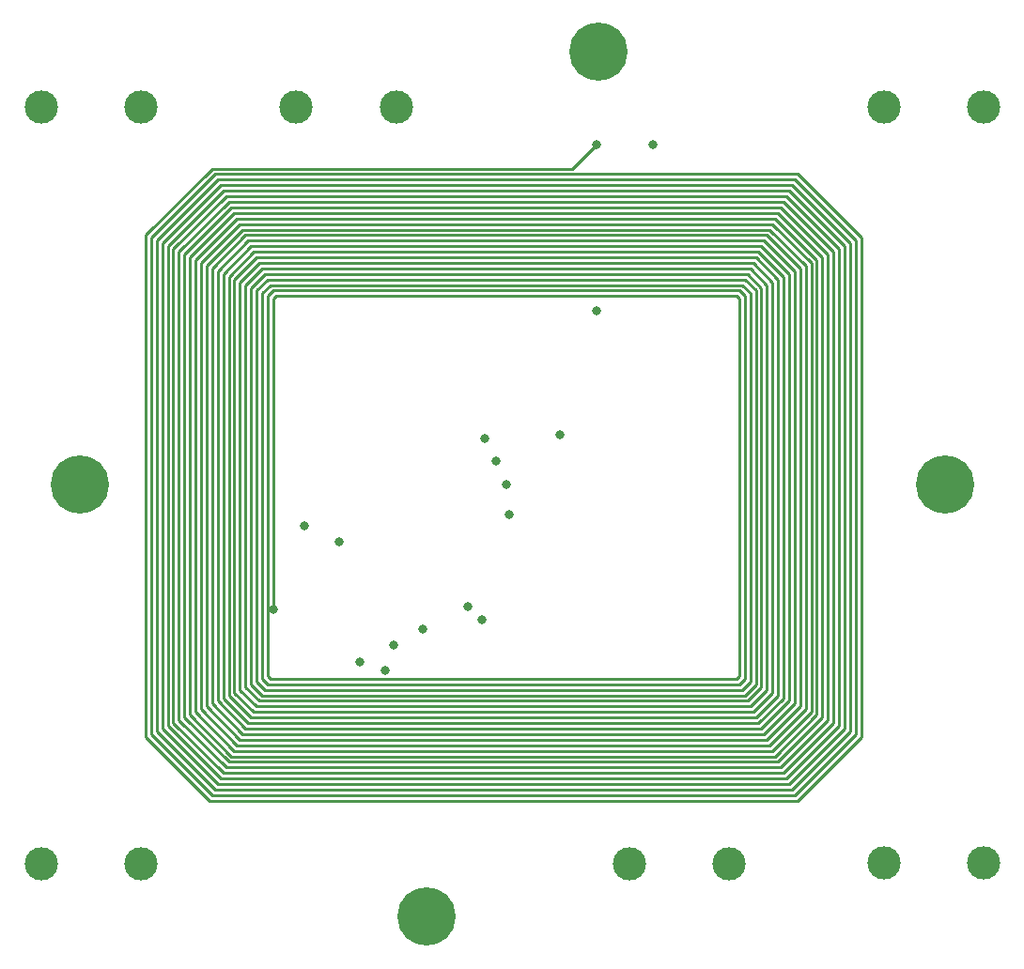
<source format=gbr>
%TF.GenerationSoftware,KiCad,Pcbnew,(5.1.10)-1*%
%TF.CreationDate,2022-06-07T20:21:30-07:00*%
%TF.ProjectId,solar-panel-side-Z,736f6c61-722d-4706-916e-656c2d736964,1.1*%
%TF.SameCoordinates,Original*%
%TF.FileFunction,Copper,L3,Inr*%
%TF.FilePolarity,Positive*%
%FSLAX46Y46*%
G04 Gerber Fmt 4.6, Leading zero omitted, Abs format (unit mm)*
G04 Created by KiCad (PCBNEW (5.1.10)-1) date 2022-06-07 20:21:30*
%MOMM*%
%LPD*%
G01*
G04 APERTURE LIST*
%TA.AperFunction,ComponentPad*%
%ADD10C,5.250000*%
%TD*%
%TA.AperFunction,ComponentPad*%
%ADD11C,3.000000*%
%TD*%
%TA.AperFunction,ViaPad*%
%ADD12C,0.800000*%
%TD*%
%TA.AperFunction,Conductor*%
%ADD13C,0.250000*%
%TD*%
G04 APERTURE END LIST*
D10*
%TO.N,Net-(J5-Pad1)*%
%TO.C,J5*%
X188500000Y-85000000D03*
%TD*%
%TO.N,Net-(J4-Pad1)*%
%TO.C,J4*%
X157250000Y-46000000D03*
%TD*%
%TO.N,Net-(J3-Pad1)*%
%TO.C,J3*%
X141750000Y-124000000D03*
%TD*%
%TO.N,Net-(J2-Pad1)*%
%TO.C,J2*%
X110500000Y-85000000D03*
%TD*%
D11*
%TO.N,Net-(SC5-Pad2)*%
%TO.C,SC5*%
X191952000Y-51008000D03*
%TO.N,Net-(D3-Pad2)*%
X182952000Y-51008000D03*
%TD*%
%TO.N,Net-(SC3-Pad2)*%
%TO.C,SC4*%
X169000000Y-119250000D03*
%TO.N,GND*%
X160000000Y-119250000D03*
%TD*%
%TO.N,Net-(SC5-Pad2)*%
%TO.C,SC6*%
X191952000Y-119172000D03*
%TO.N,GND*%
X182952000Y-119172000D03*
%TD*%
%TO.N,Net-(D2-Pad2)*%
%TO.C,SC3*%
X130000000Y-51000000D03*
%TO.N,Net-(SC3-Pad2)*%
X139000000Y-51000000D03*
%TD*%
%TO.N,GND*%
%TO.C,SC2*%
X107006000Y-119250000D03*
%TO.N,Net-(SC1-Pad2)*%
X116006000Y-119250000D03*
%TD*%
%TO.N,Net-(SC1-Pad2)*%
%TO.C,SC1*%
X116006000Y-51008000D03*
%TO.N,Net-(D1-Pad2)*%
X107006000Y-51008000D03*
%TD*%
D12*
%TO.N,GND*%
X157110000Y-69390000D03*
X153750000Y-80500000D03*
X138000000Y-101750000D03*
X130750000Y-88750000D03*
%TO.N,+3V3*%
X141425001Y-98054501D03*
X148971000Y-85026500D03*
%TO.N,VSOLAR*%
X149161500Y-87757000D03*
X133889750Y-90201750D03*
%TO.N,SDA*%
X145500000Y-96000000D03*
X135750000Y-101000000D03*
X147002500Y-80835500D03*
%TO.N,SCL*%
X146750000Y-97250000D03*
X138771500Y-99465000D03*
X148000000Y-82931000D03*
%TO.N,Net-(U2-Pad6)*%
X162110000Y-54352000D03*
X157030000Y-54352000D03*
X127952500Y-96266000D03*
%TD*%
D13*
%TO.N,Net-(U2-Pad6)*%
X127924000Y-93782000D02*
X127924000Y-93782000D01*
X153622000Y-56532000D02*
X154850000Y-56532000D01*
X152818000Y-56532000D02*
X153622000Y-56532000D01*
X154850000Y-56532000D02*
X157030000Y-54352000D01*
X127924000Y-93782000D02*
X127924000Y-93782000D01*
X127924000Y-68282000D02*
X127924000Y-96237500D01*
X128174000Y-68032000D02*
X127924000Y-68282000D01*
X169924000Y-68282000D02*
X169674000Y-68032000D01*
X169924000Y-102282000D02*
X169924000Y-68282000D01*
X169674000Y-102532000D02*
X169924000Y-102282000D01*
X127674000Y-102532000D02*
X169674000Y-102532000D01*
X127424000Y-102282000D02*
X127674000Y-102532000D01*
X127424000Y-68032000D02*
X127424000Y-102282000D01*
X127924000Y-67532000D02*
X127424000Y-68032000D01*
X169924000Y-67532000D02*
X127924000Y-67532000D01*
X170424000Y-68032000D02*
X169924000Y-67532000D01*
X170424000Y-102532000D02*
X170424000Y-68032000D01*
X169924000Y-103032000D02*
X170424000Y-102532000D01*
X127424000Y-103032000D02*
X169924000Y-103032000D01*
X126924000Y-102532000D02*
X127424000Y-103032000D01*
X126924000Y-67782000D02*
X126924000Y-102532000D01*
X127674000Y-67032000D02*
X126924000Y-67782000D01*
X170174000Y-67032000D02*
X127674000Y-67032000D01*
X170924000Y-67782000D02*
X170174000Y-67032000D01*
X170924000Y-102782000D02*
X170924000Y-67782000D01*
X170174000Y-103532000D02*
X170924000Y-102782000D01*
X127174000Y-103532000D02*
X170174000Y-103532000D01*
X126424000Y-102782000D02*
X127174000Y-103532000D01*
X126424000Y-67532000D02*
X126424000Y-102782000D01*
X127424000Y-66532000D02*
X126424000Y-67532000D01*
X170424000Y-66532000D02*
X127424000Y-66532000D01*
X171424000Y-67532000D02*
X170424000Y-66532000D01*
X171424000Y-103032000D02*
X171424000Y-67532000D01*
X170424000Y-104032000D02*
X171424000Y-103032000D01*
X126924000Y-104032000D02*
X170424000Y-104032000D01*
X125924000Y-103032000D02*
X126924000Y-104032000D01*
X125924000Y-67282000D02*
X125924000Y-103032000D01*
X127174000Y-66032000D02*
X125924000Y-67282000D01*
X170674000Y-66032000D02*
X127174000Y-66032000D01*
X171924000Y-67282000D02*
X170674000Y-66032000D01*
X171924000Y-103282000D02*
X171924000Y-67282000D01*
X170674000Y-104532000D02*
X171924000Y-103282000D01*
X126674000Y-104532000D02*
X170674000Y-104532000D01*
X125424000Y-103282000D02*
X126674000Y-104532000D01*
X125424000Y-67032000D02*
X125424000Y-103282000D01*
X126924000Y-65532000D02*
X125424000Y-67032000D01*
X170924000Y-65532000D02*
X126924000Y-65532000D01*
X172424000Y-67032000D02*
X170924000Y-65532000D01*
X172424000Y-103532000D02*
X172424000Y-67032000D01*
X126424000Y-105032000D02*
X170924000Y-105032000D01*
X124924000Y-103532000D02*
X126424000Y-105032000D01*
X124924000Y-66782000D02*
X124924000Y-103532000D01*
X126674000Y-65032000D02*
X124924000Y-66782000D01*
X172924000Y-103782000D02*
X172924000Y-66782000D01*
X171174000Y-105532000D02*
X172924000Y-103782000D01*
X126174000Y-105532000D02*
X171174000Y-105532000D01*
X124424000Y-103782000D02*
X126174000Y-105532000D01*
X124424000Y-66532000D02*
X124424000Y-103782000D01*
X126424000Y-64532000D02*
X124424000Y-66532000D01*
X171424000Y-64532000D02*
X126424000Y-64532000D01*
X173424000Y-66532000D02*
X171424000Y-64532000D01*
X119924000Y-64282000D02*
X119924000Y-106032000D01*
X153622000Y-56532000D02*
X122424000Y-56532000D01*
X124174000Y-60032000D02*
X119924000Y-64282000D01*
X177924000Y-106282000D02*
X177924000Y-64282000D01*
X123674000Y-110532000D02*
X173674000Y-110532000D01*
X169674000Y-68032000D02*
X128174000Y-68032000D01*
X180924000Y-62782000D02*
X175174000Y-57032000D01*
X119424000Y-64032000D02*
X119424000Y-106282000D01*
X123924000Y-59532000D02*
X119424000Y-64032000D01*
X178424000Y-106532000D02*
X178424000Y-64032000D01*
X173924000Y-111032000D02*
X178424000Y-106532000D01*
X127924000Y-96237500D02*
X127952500Y-96266000D01*
X175174000Y-113532000D02*
X180924000Y-107782000D01*
X123424000Y-111032000D02*
X173924000Y-111032000D01*
X122174000Y-113532000D02*
X175174000Y-113532000D01*
X118924000Y-106532000D02*
X123424000Y-111032000D01*
X172924000Y-66782000D02*
X171174000Y-65032000D01*
X174924000Y-113032000D02*
X180424000Y-107532000D01*
X118924000Y-63782000D02*
X118924000Y-106532000D01*
X123674000Y-59032000D02*
X118924000Y-63782000D01*
X178924000Y-63782000D02*
X174174000Y-59032000D01*
X180924000Y-107782000D02*
X180924000Y-62782000D01*
X178924000Y-106782000D02*
X178924000Y-63782000D01*
X177924000Y-64282000D02*
X173674000Y-60032000D01*
X174174000Y-111532000D02*
X178924000Y-106782000D01*
X123174000Y-111532000D02*
X174174000Y-111532000D01*
X118424000Y-106782000D02*
X123174000Y-111532000D01*
X123424000Y-58532000D02*
X118424000Y-63532000D01*
X174424000Y-58532000D02*
X123424000Y-58532000D01*
X179424000Y-63532000D02*
X174424000Y-58532000D01*
X179424000Y-107032000D02*
X179424000Y-63532000D01*
X116424000Y-107782000D02*
X122174000Y-113532000D01*
X117924000Y-107032000D02*
X122924000Y-112032000D01*
X171174000Y-65032000D02*
X126674000Y-65032000D01*
X122424000Y-113032000D02*
X174924000Y-113032000D01*
X176924000Y-64782000D02*
X173174000Y-61032000D01*
X118424000Y-63532000D02*
X118424000Y-106782000D01*
X117924000Y-63282000D02*
X117924000Y-107032000D01*
X170924000Y-105032000D02*
X172424000Y-103532000D01*
X174924000Y-57532000D02*
X122924000Y-57532000D01*
X173174000Y-109532000D02*
X176924000Y-105782000D01*
X174424000Y-112032000D02*
X179424000Y-107032000D01*
X116424000Y-62532000D02*
X116424000Y-107782000D01*
X117424000Y-107282000D02*
X122674000Y-112532000D01*
X119424000Y-106282000D02*
X123674000Y-110532000D01*
X125674000Y-63032000D02*
X122924000Y-65782000D01*
X124174000Y-109532000D02*
X173174000Y-109532000D01*
X122424000Y-56532000D02*
X116424000Y-62532000D01*
X123924000Y-110032000D02*
X173424000Y-110032000D01*
X179924000Y-63282000D02*
X174674000Y-58032000D01*
X178424000Y-64032000D02*
X173924000Y-59532000D01*
X174174000Y-59032000D02*
X123674000Y-59032000D01*
X123924000Y-66282000D02*
X123924000Y-104032000D01*
X173674000Y-110532000D02*
X177924000Y-106282000D01*
X173674000Y-60032000D02*
X124174000Y-60032000D01*
X122674000Y-112532000D02*
X174674000Y-112532000D01*
X173924000Y-59532000D02*
X123924000Y-59532000D01*
X180424000Y-107532000D02*
X180424000Y-63032000D01*
X122924000Y-112032000D02*
X174424000Y-112032000D01*
X117424000Y-63032000D02*
X117424000Y-107282000D01*
X174674000Y-112532000D02*
X179924000Y-107282000D01*
X179924000Y-107282000D02*
X179924000Y-63282000D01*
X175424000Y-105032000D02*
X175424000Y-65532000D01*
X180424000Y-63032000D02*
X174924000Y-57532000D01*
X120424000Y-105782000D02*
X124174000Y-109532000D01*
X174674000Y-58032000D02*
X123174000Y-58032000D01*
X123174000Y-58032000D02*
X117924000Y-63282000D01*
X119924000Y-106032000D02*
X123924000Y-110032000D01*
X173424000Y-110032000D02*
X177424000Y-106032000D01*
X177424000Y-106032000D02*
X177424000Y-64532000D01*
X177424000Y-64532000D02*
X173424000Y-60532000D01*
X173424000Y-60532000D02*
X124424000Y-60532000D01*
X124424000Y-60532000D02*
X120424000Y-64532000D01*
X120424000Y-64532000D02*
X120424000Y-105782000D01*
X176924000Y-105782000D02*
X176924000Y-64782000D01*
X173174000Y-61032000D02*
X124674000Y-61032000D01*
X124674000Y-61032000D02*
X120924000Y-64782000D01*
X120924000Y-64782000D02*
X120924000Y-105532000D01*
X120924000Y-105532000D02*
X124424000Y-109032000D01*
X174424000Y-66032000D02*
X171924000Y-63532000D01*
X124424000Y-109032000D02*
X172924000Y-109032000D01*
X125674000Y-106532000D02*
X171674000Y-106532000D01*
X172924000Y-109032000D02*
X176424000Y-105532000D01*
X171924000Y-63532000D02*
X125924000Y-63532000D01*
X176424000Y-105532000D02*
X176424000Y-65032000D01*
X123424000Y-104282000D02*
X125674000Y-106532000D01*
X176424000Y-65032000D02*
X172924000Y-61532000D01*
X172924000Y-61532000D02*
X124924000Y-61532000D01*
X174924000Y-65782000D02*
X172174000Y-63032000D01*
X124924000Y-61532000D02*
X121424000Y-65032000D01*
X121424000Y-65032000D02*
X121424000Y-105282000D01*
X175174000Y-57032000D02*
X122674000Y-57032000D01*
X122424000Y-104782000D02*
X125174000Y-107532000D01*
X121424000Y-105282000D02*
X124674000Y-108532000D01*
X124674000Y-108532000D02*
X172674000Y-108532000D01*
X172674000Y-108532000D02*
X175924000Y-105282000D01*
X116924000Y-62782000D02*
X116924000Y-107532000D01*
X174924000Y-104782000D02*
X174924000Y-65782000D01*
X175924000Y-105282000D02*
X175924000Y-65282000D01*
X122924000Y-57532000D02*
X117424000Y-63032000D01*
X175924000Y-65282000D02*
X172674000Y-62032000D01*
X122674000Y-57032000D02*
X116924000Y-62782000D01*
X122924000Y-65782000D02*
X122924000Y-104532000D01*
X172674000Y-62032000D02*
X125174000Y-62032000D01*
X116924000Y-107532000D02*
X122424000Y-113032000D01*
X171674000Y-64032000D02*
X126174000Y-64032000D01*
X125174000Y-62032000D02*
X121924000Y-65282000D01*
X121924000Y-65282000D02*
X121924000Y-105032000D01*
X121924000Y-105032000D02*
X124924000Y-108032000D01*
X124924000Y-108032000D02*
X172424000Y-108032000D01*
X172424000Y-108032000D02*
X175424000Y-105032000D01*
X175424000Y-65532000D02*
X172424000Y-62532000D01*
X172424000Y-62532000D02*
X125424000Y-62532000D01*
X125424000Y-62532000D02*
X122424000Y-65532000D01*
X122424000Y-65532000D02*
X122424000Y-104782000D01*
X125174000Y-107532000D02*
X172174000Y-107532000D01*
X172174000Y-107532000D02*
X174924000Y-104782000D01*
X172174000Y-63032000D02*
X125674000Y-63032000D01*
X122924000Y-104532000D02*
X125424000Y-107032000D01*
X125424000Y-107032000D02*
X171924000Y-107032000D01*
X171924000Y-107032000D02*
X174424000Y-104532000D01*
X174424000Y-104532000D02*
X174424000Y-66032000D01*
X125924000Y-63532000D02*
X123424000Y-66032000D01*
X123424000Y-66032000D02*
X123424000Y-104282000D01*
X171674000Y-106532000D02*
X173924000Y-104282000D01*
X173924000Y-104282000D02*
X173924000Y-66282000D01*
X173924000Y-66282000D02*
X171674000Y-64032000D01*
X126174000Y-64032000D02*
X123924000Y-66282000D01*
X123924000Y-104032000D02*
X125924000Y-106032000D01*
X125924000Y-106032000D02*
X171424000Y-106032000D01*
X171424000Y-106032000D02*
X173424000Y-104032000D01*
X173424000Y-104032000D02*
X173424000Y-66532000D01*
%TD*%
M02*

</source>
